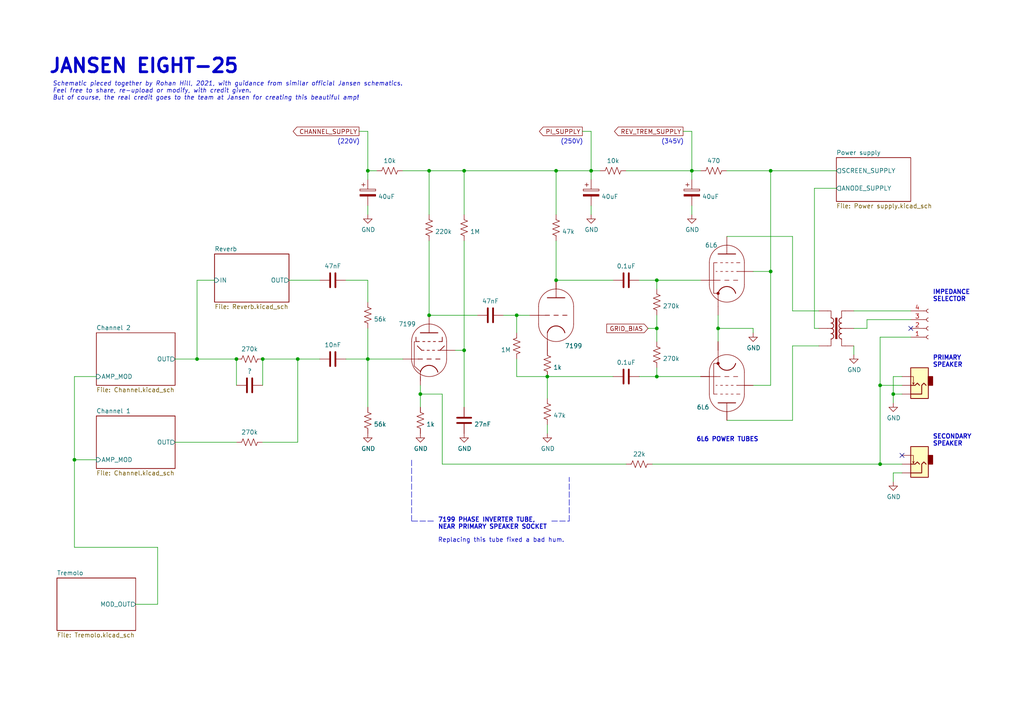
<source format=kicad_sch>
(kicad_sch (version 20211123) (generator eeschema)
  (paper "A4")
  (lib_symbols
    (symbol "AudioJack2_SwitchT_1" (pin_numbers hide) (pin_names hide)
      (property "Reference" "J" (at 0 8.89 0))
      (property "Value" "AudioJack2_SwitchT_1" (at 0 6.35 0))
      (symbol "AudioJack2_SwitchT_1_0_1"
        (rectangle (start -2.54 0) (end -3.81 -2.54) (stroke (width 0.254)) (fill (type outline)))
        (polyline (pts (xy 1.778 -0.254) (xy 2.032 -0.762)))
        (polyline (pts (xy 0 0) (xy 0.635 -0.635) (xy 1.27 0) (xy 2.54 0)) (stroke (width 0.254)))
        (polyline (pts (xy 2.54 -2.54) (xy 1.778 -2.54) (xy 1.778 -0.254) (xy 1.524 -0.762)))
        (polyline (pts (xy 2.54 2.54) (xy -0.635 2.54) (xy -0.635 0) (xy -1.27 -0.635) (xy -1.905 0)) (stroke (width 0.254)))
        (rectangle (start 2.54 3.81) (end -2.54 -5.08) (stroke (width 0.254)) (fill (type background)))
      )
      (symbol "AudioJack2_SwitchT_1_1_1"
        (pin passive line (at 5.08 2.54 180) (length 2.54) (name "~") (number "S"))
        (pin passive line (at 5.08 0 180) (length 2.54) (name "~") (number "T"))
        (pin passive line (at 5.08 -2.54 180) (length 2.54) (name "~") (number "TN"))
      )
    )
    (symbol "CK6418_1" (pin_numbers hide) (pin_names (offset 0) hide)
      (property "Reference" "U" (at 6.096 10.16 0))
      (property "Value" "CK6418_1" (at 8.128 8.382 0))
      (symbol "CK6418_1_0_1"
        (arc (start -5.08 -1.27) (mid 0 -6.35) (end 5.08 -1.27))
        (polyline (pts (xy -2.54 -7.62) (xy -2.54 -3.81)))
        (polyline (pts (xy -5.08 5.08) (xy -5.08 -1.27) (xy -5.08 -1.27)))
        (polyline (pts (xy 5.08 -1.27) (xy 5.08 5.08) (xy 5.08 5.08)))
        (arc (start 2.54 -3.81) (mid 0 -1.8268) (end -2.54 -3.81) (stroke (width 0.254)))
        (arc (start 5.08 5.08) (mid 0 10.16) (end -5.08 5.08))
        (pin power_in line (at -2.54 -10.16 90) (length 2.54) (name "F+,G3") (number "3"))
      )
      (symbol "CK6418_1_1_0"
        (polyline (pts (xy -5.08 0) (xy -3.175 0)))
        (polyline (pts (xy -0.635 0) (xy 0.635 0)) (stroke (width 0.1524)))
        (polyline (pts (xy 0 7.62) (xy 0 10.16)))
        (polyline (pts (xy 1.905 0) (xy 3.175 0)) (stroke (width 0.1524)))
        (polyline (pts (xy 3.175 2.54) (xy 5.08 2.54)))
      )
      (symbol "CK6418_1_1_1"
        (circle (center -2.54 -3.81) (radius 0.3556) (fill (type outline)))
        (polyline (pts (xy -3.81 5.08) (xy -2.794 5.08)) (stroke (width 0.1524)))
        (polyline (pts (xy -3.175 2.54) (xy -2.794 2.54)) (stroke (width 0.1524)))
        (polyline (pts (xy -1.905 0) (xy -3.175 0)) (stroke (width 0.1524)))
        (polyline (pts (xy -1.8542 2.54) (xy -1.2192 2.54)) (stroke (width 0.1524)))
        (polyline (pts (xy -1.8542 5.08) (xy -1.2192 5.08)) (stroke (width 0.1524)))
        (polyline (pts (xy -0.3302 2.54) (xy 0.3302 2.54)) (stroke (width 0.1524)))
        (polyline (pts (xy -0.3302 5.08) (xy 0.3302 5.08)) (stroke (width 0.1524)))
        (polyline (pts (xy 1.2192 2.54) (xy 1.8542 2.54)) (stroke (width 0.1524)))
        (polyline (pts (xy 1.2192 5.08) (xy 1.8542 5.08)) (stroke (width 0.1524)))
        (polyline (pts (xy 2.794 2.54) (xy 3.175 2.54)) (stroke (width 0.1524)))
        (polyline (pts (xy 3.81 5.08) (xy 2.794 5.08)) (stroke (width 0.1524)))
        (polyline (pts (xy -3.81 5.08) (xy -3.81 -3.81) (xy -2.54 -3.81)))
        (polyline (pts (xy -2.54 7.62) (xy 2.54 7.62) (xy 2.54 7.62)) (stroke (width 0.254)))
        (pin output line (at 0 12.7 270) (length 2.54) (name "P") (number "1"))
        (pin input line (at 7.62 2.54 180) (length 2.54) (name "G2") (number "2"))
        (pin input line (at -7.62 0 0) (length 2.54) (name "G1") (number "4"))
      )
      (symbol "CK6418_1_2_1"
        (polyline (pts (xy 2.54 -7.62) (xy 2.54 -3.81)))
        (polyline (pts (xy -2.54 -6.858) (xy -2.54 -5.08) (xy -2.54 -5.08)))
        (pin power_in line (at 2.54 -10.16 90) (length 2.54) (name "F+,G3") (number "5"))
      )
    )
    (symbol "Connector:AudioJack2_SwitchT" (pin_numbers hide) (pin_names hide)
      (property "Reference" "J" (at 0 8.89 0))
      (property "Value" "AudioJack2_SwitchT" (at 0 6.35 0))
      (symbol "AudioJack2_SwitchT_0_1"
        (rectangle (start -2.54 0) (end -3.81 -2.54) (stroke (width 0.254)) (fill (type outline)))
        (polyline (pts (xy 1.778 -0.254) (xy 2.032 -0.762)))
        (polyline (pts (xy 0 0) (xy 0.635 -0.635) (xy 1.27 0) (xy 2.54 0)) (stroke (width 0.254)))
        (polyline (pts (xy 2.54 -2.54) (xy 1.778 -2.54) (xy 1.778 -0.254) (xy 1.524 -0.762)))
        (polyline (pts (xy 2.54 2.54) (xy -0.635 2.54) (xy -0.635 0) (xy -1.27 -0.635) (xy -1.905 0)) (stroke (width 0.254)))
        (rectangle (start 2.54 3.81) (end -2.54 -5.08) (stroke (width 0.254)) (fill (type background)))
      )
      (symbol "AudioJack2_SwitchT_1_1"
        (pin passive line (at 5.08 2.54 180) (length 2.54) (name "~") (number "S"))
        (pin passive line (at 5.08 0 180) (length 2.54) (name "~") (number "T"))
        (pin passive line (at 5.08 -2.54 180) (length 2.54) (name "~") (number "TN"))
      )
    )
    (symbol "Connector:Conn_01x04_Female" (pin_names (offset 1.016) hide)
      (property "Reference" "J" (at 0 5.08 0))
      (property "Value" "Conn_01x04_Female" (at 0 -7.62 0))
      (symbol "Conn_01x04_Female_1_1"
        (arc (start 0 -4.572) (mid -0.508 -5.08) (end 0 -5.588) (stroke (width 0.1524)))
        (arc (start 0 -2.032) (mid -0.508 -2.54) (end 0 -3.048) (stroke (width 0.1524)))
        (polyline (pts (xy -1.27 -5.08) (xy -0.508 -5.08)) (stroke (width 0.1524)))
        (polyline (pts (xy -1.27 -2.54) (xy -0.508 -2.54)) (stroke (width 0.1524)))
        (polyline (pts (xy -1.27 0) (xy -0.508 0)) (stroke (width 0.1524)))
        (polyline (pts (xy -1.27 2.54) (xy -0.508 2.54)) (stroke (width 0.1524)))
        (arc (start 0 0.508) (mid -0.508 0) (end 0 -0.508) (stroke (width 0.1524)))
        (arc (start 0 3.048) (mid -0.508 2.54) (end 0 2.032) (stroke (width 0.1524)))
        (pin passive line (at -5.08 2.54 0) (length 3.81) (name "Pin_1") (number "1"))
        (pin passive line (at -5.08 0 0) (length 3.81) (name "Pin_2") (number "2"))
        (pin passive line (at -5.08 -2.54 0) (length 3.81) (name "Pin_3") (number "3"))
        (pin passive line (at -5.08 -5.08 0) (length 3.81) (name "Pin_4") (number "4"))
      )
    )
    (symbol "Device:C" (pin_numbers hide) (pin_names (offset 0.254))
      (property "Reference" "C" (at 0.635 2.54 0))
      (property "Value" "C" (at 0.635 -2.54 0))
      (symbol "C_0_1"
        (polyline (pts (xy -2.032 -0.762) (xy 2.032 -0.762)) (stroke (width 0.508)))
        (polyline (pts (xy -2.032 0.762) (xy 2.032 0.762)) (stroke (width 0.508)))
      )
      (symbol "C_1_1"
        (pin passive line (at 0 3.81 270) (length 2.794) (name "~") (number "1"))
        (pin passive line (at 0 -3.81 90) (length 2.794) (name "~") (number "2"))
      )
    )
    (symbol "Device:CP" (pin_numbers hide) (pin_names (offset 0.254))
      (property "Reference" "C" (at 0.635 2.54 0))
      (property "Value" "Device_CP" (at 0.635 -2.54 0))
      (symbol "CP_0_1"
        (rectangle (start -2.286 0.508) (end 2.286 1.016))
        (polyline (pts (xy -1.778 2.286) (xy -0.762 2.286)))
        (polyline (pts (xy -1.27 2.794) (xy -1.27 1.778)))
        (rectangle (start 2.286 -0.508) (end -2.286 -1.016) (fill (type outline)))
      )
      (symbol "CP_1_1"
        (pin passive line (at 0 3.81 270) (length 2.794) (name "~") (number "1"))
        (pin passive line (at 0 -3.81 90) (length 2.794) (name "~") (number "2"))
      )
    )
    (symbol "Device:R_US" (pin_numbers hide) (pin_names (offset 0))
      (property "Reference" "R" (at 2.54 0 90))
      (property "Value" "R_US" (at -2.54 0 90))
      (symbol "R_US_0_1"
        (polyline (pts (xy 0 -2.286) (xy 0 -2.54)))
        (polyline (pts (xy 0 2.286) (xy 0 2.54)))
        (polyline (pts (xy 0 -0.762) (xy 1.016 -1.143) (xy 0 -1.524) (xy -1.016 -1.905) (xy 0 -2.286)))
        (polyline (pts (xy 0 0.762) (xy 1.016 0.381) (xy 0 0) (xy -1.016 -0.381) (xy 0 -0.762)))
        (polyline (pts (xy 0 2.286) (xy 1.016 1.905) (xy 0 1.524) (xy -1.016 1.143) (xy 0 0.762)))
      )
      (symbol "R_US_1_1"
        (pin passive line (at 0 3.81 270) (length 1.27) (name "~") (number "1"))
        (pin passive line (at 0 -3.81 90) (length 1.27) (name "~") (number "2"))
      )
    )
    (symbol "ECL82_1" (pin_numbers hide) (pin_names (offset 0) hide)
      (property "Reference" "U" (at 3.81 7.62 0))
      (property "Value" "ECL82_1" (at 5.08 -8.89 0))
      (symbol "ECL82_1_0_1"
        (arc (start -5.08 -2.54) (mid 0 -7.62) (end 5.08 -2.54))
        (polyline (pts (xy 5.08 2.54) (xy 5.08 -2.54)))
        (polyline (pts (xy -5.08 2.54) (xy -5.08 -2.54) (xy -5.08 -2.54) (xy -5.08 -2.54)))
        (arc (start 5.08 2.54) (mid 0 7.62) (end -5.08 2.54))
      )
      (symbol "ECL82_1_1_0"
        (polyline (pts (xy -2.54 -5.08) (xy -2.54 -7.62)))
      )
      (symbol "ECL82_1_1_1"
        (polyline (pts (xy -5.08 0) (xy -3.175 0)))
        (polyline (pts (xy -1.905 0) (xy -3.175 0)) (stroke (width 0.2032)))
        (polyline (pts (xy -0.635 0) (xy 0.635 0)) (stroke (width 0.2032)))
        (polyline (pts (xy 0 5.08) (xy 0 7.62)))
        (polyline (pts (xy 1.905 0) (xy 3.175 0)) (stroke (width 0.2032)))
        (polyline (pts (xy -2.54 5.08) (xy 2.54 5.08) (xy 2.54 5.08)) (stroke (width 0.254)))
        (arc (start 2.54 -5.08) (mid 0 -3.0968) (end -2.54 -5.08) (stroke (width 0.254)))
        (pin input line (at -7.62 0 0) (length 2.54) (name "G") (number "1"))
        (pin bidirectional line (at -2.54 -10.16 90) (length 2.54) (name "K") (number "8"))
        (pin output line (at 0 10.16 270) (length 2.54) (name "A") (number "9"))
      )
      (symbol "ECL82_1_2_0"
        (polyline (pts (xy -2.54 -6.35) (xy -2.54 -8.89)))
        (polyline (pts (xy 0 5.08) (xy 0 7.62)))
        (polyline (pts (xy 2.54 0) (xy 3.175 0)) (stroke (width 0.2032)))
        (polyline (pts (xy 4.445 1.27) (xy 3.175 0)) (stroke (width 0.2032)))
      )
      (symbol "ECL82_1_2_1"
        (polyline (pts (xy -5.08 -2.54) (xy -3.175 -2.54)))
        (polyline (pts (xy -4.318 -4.572) (xy -4.318 2.4638)) (stroke (width 0.1524)))
        (polyline (pts (xy -4.318 -4.572) (xy -2.54 -6.096)) (stroke (width 0.1524)))
        (polyline (pts (xy -4.064 2.4638) (xy -4.318 2.4638)) (stroke (width 0.1524)))
        (polyline (pts (xy -3.81 2.54) (xy -2.794 2.54)) (stroke (width 0.2032)))
        (polyline (pts (xy -3.81 3.81) (xy -3.81 2.54)) (stroke (width 0.2032)))
        (polyline (pts (xy -3.429 1.27) (xy -2.159 0)) (stroke (width 0.2032)))
        (polyline (pts (xy -2.159 0) (xy -1.4732 0)) (stroke (width 0.2032)))
        (polyline (pts (xy -1.905 -2.54) (xy -3.175 -2.54)) (stroke (width 0.2032)))
        (polyline (pts (xy -1.8542 2.54) (xy -1.2192 2.54)) (stroke (width 0.2032)))
        (polyline (pts (xy -0.635 -2.54) (xy 0.635 -2.54)) (stroke (width 0.2032)))
        (polyline (pts (xy -0.5842 0) (xy 0.0762 0)) (stroke (width 0.2032)))
        (polyline (pts (xy -0.3302 2.54) (xy 0.3302 2.54)) (stroke (width 0.2032)))
        (polyline (pts (xy 0.9652 0) (xy 1.6002 0)) (stroke (width 0.2032)))
        (polyline (pts (xy 1.2192 2.54) (xy 1.8542 2.54)) (stroke (width 0.2032)))
        (polyline (pts (xy 1.905 -2.54) (xy 3.175 -2.54)) (stroke (width 0.2032)))
        (polyline (pts (xy 3.175 0) (xy 5.08 0)))
        (polyline (pts (xy 3.81 2.54) (xy 2.794 2.54)) (stroke (width 0.2032)))
        (polyline (pts (xy 3.81 3.81) (xy 3.81 2.54)) (stroke (width 0.2032)))
        (polyline (pts (xy -2.54 5.08) (xy 2.54 5.08) (xy 2.54 5.08)) (stroke (width 0.254)))
        (arc (start 2.54 -6.35) (mid 0 -4.3668) (end -2.54 -6.35) (stroke (width 0.254)))
        (pin bidirectional line (at -2.54 -10.16 90) (length 2.54) (name "K_G3") (number "2"))
        (pin input line (at -7.62 -2.54 0) (length 2.54) (name "G1") (number "3"))
        (pin output line (at 0 10.16 270) (length 2.54) (name "A") (number "6"))
        (pin input line (at 7.62 0 180) (length 2.54) (name "G2") (number "7"))
      )
      (symbol "ECL82_1_3_1"
        (polyline (pts (xy -2.54 -6.985) (xy -2.54 -5.715) (xy -2.54 -5.715)))
        (polyline (pts (xy 2.54 -6.985) (xy 2.54 -5.715) (xy 2.54 -5.715) (xy 2.54 -5.715)))
        (arc (start 2.54 -5.715) (mid 0 -4.1452) (end -2.54 -5.715))
        (pin power_in line (at -2.54 -10.795 90) (length 3.81) (name "F1") (number "4"))
        (pin power_in line (at 2.54 -10.795 90) (length 3.81) (name "F2") (number "5"))
      )
    )
    (symbol "Transformer:TRANSF5" (pin_numbers hide) (pin_names (offset 0))
      (property "Reference" "TR" (at 0 6.35 0))
      (property "Value" "TRANSF5" (at 0 -6.35 0))
      (symbol "TRANSF5_0_1"
        (arc (start -1.524 -3.048) (mid -0.762 -2.286) (end -1.524 -1.524) (stroke (width 0.2032)))
        (arc (start -1.524 -1.524) (mid -0.762 -0.762) (end -1.524 0) (stroke (width 0.2032)))
        (arc (start -1.524 0) (mid -0.762 0.762) (end -1.524 1.524) (stroke (width 0.2032)))
        (arc (start -1.524 1.524) (mid -0.762 2.286) (end -1.524 3.048) (stroke (width 0.2032)))
        (rectangle (start -0.254 3.048) (end 0.254 -3.048) (stroke (width 0.0254)) (fill (type outline)))
        (polyline (pts (xy -1.524 0) (xy -2.54 0) (xy -2.54 0)) (fill (type outline)))
        (polyline (pts (xy 1.524 0) (xy 2.54 0) (xy 2.54 0)) (fill (type outline)))
        (polyline (pts (xy -2.54 5.08) (xy -1.524 5.08) (xy -1.524 3.048) (xy -1.524 3.048)) (stroke (width 0.1524)))
        (polyline (pts (xy -1.524 -3.048) (xy -1.524 -5.08) (xy -2.54 -5.08) (xy -2.54 -5.08)) (stroke (width 0.1524)))
        (polyline (pts (xy 1.524 3.048) (xy 1.524 5.08) (xy 2.54 5.08) (xy 2.54 5.08)) (stroke (width 0.1524)))
        (polyline (pts (xy 2.54 -5.08) (xy 1.524 -5.08) (xy 1.524 -3.048) (xy 1.524 -3.048)) (stroke (width 0.1524)))
        (arc (start 1.524 -1.524) (mid 0.762 -2.286) (end 1.524 -3.048) (stroke (width 0.2032)))
        (arc (start 1.524 0) (mid 0.762 -0.762) (end 1.524 -1.524) (stroke (width 0.2032)))
        (arc (start 1.524 1.524) (mid 0.762 0.762) (end 1.524 0) (stroke (width 0.2032)))
        (arc (start 1.524 3.048) (mid 0.762 2.286) (end 1.524 1.524) (stroke (width 0.2032)))
      )
      (symbol "TRANSF5_1_1"
        (pin passive line (at -5.08 5.08 0) (length 2.54) (name "~") (number "1"))
        (pin passive line (at -5.08 0 0) (length 2.54) (name "~") (number "2"))
        (pin passive line (at -5.08 -5.08 0) (length 2.54) (name "~") (number "3"))
        (pin passive line (at 5.08 -5.08 180) (length 2.54) (name "~") (number "4"))
        (pin passive line (at 5.08 0 180) (length 2.54) (name "~") (number "5"))
        (pin passive line (at 5.08 5.08 180) (length 2.54) (name "~") (number "6"))
      )
    )
    (symbol "Valve:CK6418" (pin_numbers hide) (pin_names (offset 0) hide)
      (property "Reference" "U" (at 6.096 10.16 0))
      (property "Value" "CK6418" (at 8.128 8.382 0))
      (symbol "CK6418_0_1"
        (arc (start -5.08 -1.27) (mid 0 -6.35) (end 5.08 -1.27))
        (polyline (pts (xy -2.54 -7.62) (xy -2.54 -3.81)))
        (polyline (pts (xy -5.08 5.08) (xy -5.08 -1.27) (xy -5.08 -1.27)))
        (polyline (pts (xy 5.08 -1.27) (xy 5.08 5.08) (xy 5.08 5.08)))
        (arc (start 2.54 -3.81) (mid 0 -1.8268) (end -2.54 -3.81) (stroke (width 0.254)))
        (arc (start 5.08 5.08) (mid 0 10.16) (end -5.08 5.08))
        (pin power_in line (at -2.54 -10.16 90) (length 2.54) (name "F+,G3") (number "3"))
      )
      (symbol "CK6418_1_0"
        (polyline (pts (xy -5.08 0) (xy -3.175 0)))
        (polyline (pts (xy -0.635 0) (xy 0.635 0)) (stroke (width 0.1524)))
        (polyline (pts (xy 0 7.62) (xy 0 10.16)))
        (polyline (pts (xy 1.905 0) (xy 3.175 0)) (stroke (width 0.1524)))
        (polyline (pts (xy 3.175 2.54) (xy 5.08 2.54)))
      )
      (symbol "CK6418_1_1"
        (circle (center -2.54 -3.81) (radius 0.3556) (fill (type outline)))
        (polyline (pts (xy -3.81 5.08) (xy -2.794 5.08)) (stroke (width 0.1524)))
        (polyline (pts (xy -3.175 2.54) (xy -2.794 2.54)) (stroke (width 0.1524)))
        (polyline (pts (xy -1.905 0) (xy -3.175 0)) (stroke (width 0.1524)))
        (polyline (pts (xy -1.8542 2.54) (xy -1.2192 2.54)) (stroke (width 0.1524)))
        (polyline (pts (xy -1.8542 5.08) (xy -1.2192 5.08)) (stroke (width 0.1524)))
        (polyline (pts (xy -0.3302 2.54) (xy 0.3302 2.54)) (stroke (width 0.1524)))
        (polyline (pts (xy -0.3302 5.08) (xy 0.3302 5.08)) (stroke (width 0.1524)))
        (polyline (pts (xy 1.2192 2.54) (xy 1.8542 2.54)) (stroke (width 0.1524)))
        (polyline (pts (xy 1.2192 5.08) (xy 1.8542 5.08)) (stroke (width 0.1524)))
        (polyline (pts (xy 2.794 2.54) (xy 3.175 2.54)) (stroke (width 0.1524)))
        (polyline (pts (xy 3.81 5.08) (xy 2.794 5.08)) (stroke (width 0.1524)))
        (polyline (pts (xy -3.81 5.08) (xy -3.81 -3.81) (xy -2.54 -3.81)))
        (polyline (pts (xy -2.54 7.62) (xy 2.54 7.62) (xy 2.54 7.62)) (stroke (width 0.254)))
        (pin output line (at 0 12.7 270) (length 2.54) (name "P") (number "1"))
        (pin input line (at 7.62 2.54 180) (length 2.54) (name "G2") (number "2"))
        (pin input line (at -7.62 0 0) (length 2.54) (name "G1") (number "4"))
      )
      (symbol "CK6418_2_1"
        (polyline (pts (xy 2.54 -7.62) (xy 2.54 -3.81)))
        (polyline (pts (xy -2.54 -6.858) (xy -2.54 -5.08) (xy -2.54 -5.08)))
        (pin power_in line (at 2.54 -10.16 90) (length 2.54) (name "F+,G3") (number "5"))
      )
    )
    (symbol "Valve:ECL82" (pin_numbers hide) (pin_names (offset 0) hide)
      (property "Reference" "U" (at 3.81 7.62 0))
      (property "Value" "ECL82" (at 5.08 -8.89 0))
      (symbol "ECL82_0_1"
        (arc (start -5.08 -2.54) (mid 0 -7.62) (end 5.08 -2.54))
        (polyline (pts (xy 5.08 2.54) (xy 5.08 -2.54)))
        (polyline (pts (xy -5.08 2.54) (xy -5.08 -2.54) (xy -5.08 -2.54) (xy -5.08 -2.54)))
        (arc (start 5.08 2.54) (mid 0 7.62) (end -5.08 2.54))
      )
      (symbol "ECL82_1_0"
        (polyline (pts (xy -2.54 -5.08) (xy -2.54 -7.62)))
      )
      (symbol "ECL82_1_1"
        (polyline (pts (xy -5.08 0) (xy -3.175 0)))
        (polyline (pts (xy -1.905 0) (xy -3.175 0)) (stroke (width 0.2032)))
        (polyline (pts (xy -0.635 0) (xy 0.635 0)) (stroke (width 0.2032)))
        (polyline (pts (xy 0 5.08) (xy 0 7.62)))
        (polyline (pts (xy 1.905 0) (xy 3.175 0)) (stroke (width 0.2032)))
        (polyline (pts (xy -2.54 5.08) (xy 2.54 5.08) (xy 2.54 5.08)) (stroke (width 0.254)))
        (arc (start 2.54 -5.08) (mid 0 -3.0968) (end -2.54 -5.08) (stroke (width 0.254)))
        (pin input line (at -7.62 0 0) (length 2.54) (name "G") (number "1"))
        (pin bidirectional line (at -2.54 -10.16 90) (length 2.54) (name "K") (number "8"))
        (pin output line (at 0 10.16 270) (length 2.54) (name "A") (number "9"))
      )
      (symbol "ECL82_2_0"
        (polyline (pts (xy -2.54 -6.35) (xy -2.54 -8.89)))
        (polyline (pts (xy 0 5.08) (xy 0 7.62)))
        (polyline (pts (xy 2.54 0) (xy 3.175 0)) (stroke (width 0.2032)))
        (polyline (pts (xy 4.445 1.27) (xy 3.175 0)) (stroke (width 0.2032)))
      )
      (symbol "ECL82_2_1"
        (polyline (pts (xy -5.08 -2.54) (xy -3.175 -2.54)))
        (polyline (pts (xy -4.318 -4.572) (xy -4.318 2.4638)) (stroke (width 0.1524)))
        (polyline (pts (xy -4.318 -4.572) (xy -2.54 -6.096)) (stroke (width 0.1524)))
        (polyline (pts (xy -4.064 2.4638) (xy -4.318 2.4638)) (stroke (width 0.1524)))
        (polyline (pts (xy -3.81 2.54) (xy -2.794 2.54)) (stroke (width 0.2032)))
        (polyline (pts (xy -3.81 3.81) (xy -3.81 2.54)) (stroke (width 0.2032)))
        (polyline (pts (xy -3.429 1.27) (xy -2.159 0)) (stroke (width 0.2032)))
        (polyline (pts (xy -2.159 0) (xy -1.4732 0)) (stroke (width 0.2032)))
        (polyline (pts (xy -1.905 -2.54) (xy -3.175 -2.54)) (stroke (width 0.2032)))
        (polyline (pts (xy -1.8542 2.54) (xy -1.2192 2.54)) (stroke (width 0.2032)))
        (polyline (pts (xy -0.635 -2.54) (xy 0.635 -2.54)) (stroke (width 0.2032)))
        (polyline (pts (xy -0.5842 0) (xy 0.0762 0)) (stroke (width 0.2032)))
        (polyline (pts (xy -0.3302 2.54) (xy 0.3302 2.54)) (stroke (width 0.2032)))
        (polyline (pts (xy 0.9652 0) (xy 1.6002 0)) (stroke (width 0.2032)))
        (polyline (pts (xy 1.2192 2.54) (xy 1.8542 2.54)) (stroke (width 0.2032)))
        (polyline (pts (xy 1.905 -2.54) (xy 3.175 -2.54)) (stroke (width 0.2032)))
        (polyline (pts (xy 3.175 0) (xy 5.08 0)))
        (polyline (pts (xy 3.81 2.54) (xy 2.794 2.54)) (stroke (width 0.2032)))
        (polyline (pts (xy 3.81 3.81) (xy 3.81 2.54)) (stroke (width 0.2032)))
        (polyline (pts (xy -2.54 5.08) (xy 2.54 5.08) (xy 2.54 5.08)) (stroke (width 0.254)))
        (arc (start 2.54 -6.35) (mid 0 -4.3668) (end -2.54 -6.35) (stroke (width 0.254)))
        (pin bidirectional line (at -2.54 -10.16 90) (length 2.54) (name "K_G3") (number "2"))
        (pin input line (at -7.62 -2.54 0) (length 2.54) (name "G1") (number "3"))
        (pin output line (at 0 10.16 270) (length 2.54) (name "A") (number "6"))
        (pin input line (at 7.62 0 180) (length 2.54) (name "G2") (number "7"))
      )
      (symbol "ECL82_3_1"
        (polyline (pts (xy -2.54 -6.985) (xy -2.54 -5.715) (xy -2.54 -5.715)))
        (polyline (pts (xy 2.54 -6.985) (xy 2.54 -5.715) (xy 2.54 -5.715) (xy 2.54 -5.715)))
        (arc (start 2.54 -5.715) (mid 0 -4.1452) (end -2.54 -5.715))
        (pin power_in line (at -2.54 -10.795 90) (length 3.81) (name "F1") (number "4"))
        (pin power_in line (at 2.54 -10.795 90) (length 3.81) (name "F2") (number "5"))
      )
    )
    (symbol "power:GND" (power) (pin_names (offset 0))
      (property "Value" "GND" (at 0 -3.81 0))
      (symbol "GND_0_1"
        (polyline (pts (xy 0 0) (xy 0 -1.27) (xy 1.27 -1.27) (xy 0 -2.54) (xy -1.27 -1.27) (xy 0 -1.27)))
      )
      (symbol "GND_1_1"
        (pin power_in line (at 0 0 270) (length 0) hide (name "GND") (number "1"))
      )
    )
  )
  (junction (at 86.36 104.14))
  (junction (at 124.46 91.44))
  (junction (at 208.28 95.25))
  (junction (at 57.15 104.14))
  (junction (at 121.92 114.3))
  (junction (at 106.68 49.53))
  (junction (at 255.27 111.76))
  (junction (at 161.29 81.28))
  (junction (at 223.52 49.53))
  (junction (at 200.66 49.53))
  (junction (at 149.86 91.44))
  (junction (at 76.2 104.14))
  (junction (at 21.59 133.35))
  (junction (at 190.5 95.25))
  (junction (at 223.52 78.74))
  (junction (at 134.62 101.6))
  (junction (at 124.46 49.53))
  (junction (at 134.62 49.53))
  (junction (at 158.75 109.22))
  (junction (at 171.45 49.53))
  (junction (at 190.5 81.28))
  (junction (at 161.29 49.53))
  (junction (at 259.08 114.3))
  (junction (at 190.5 109.22))
  (junction (at 255.27 134.62))
  (junction (at 68.58 104.14))
  (junction (at 106.68 104.14))
  (no_connect (at 261.62 132.08))
  (no_connect (at 264.16 95.25))
  (wire (pts (xy 149.86 104.14) (xy 149.86 109.22)))
  (wire (pts (xy 171.45 62.23) (xy 171.45 59.69)))
  (wire (pts (xy 223.52 78.74) (xy 218.44 78.74)))
  (wire (pts (xy 261.62 109.22) (xy 259.08 109.22)))
  (wire (pts (xy 86.36 128.27) (xy 76.2 128.27)))
  (wire (pts (xy 218.44 95.25) (xy 208.28 95.25)))
  (wire (pts (xy 121.92 114.3) (xy 121.92 111.76)))
  (wire (pts (xy 106.68 118.11) (xy 106.68 104.14)))
  (wire (pts (xy 203.2 109.22) (xy 190.5 109.22)))
  (wire (pts (xy 134.62 101.6) (xy 134.62 69.85)))
  (polyline (pts (xy 125.73 151.13) (xy 119.38 151.13)))
  (wire (pts (xy 200.66 38.1) (xy 198.12 38.1)))
  (wire (pts (xy 149.86 96.52) (xy 149.86 91.44)))
  (wire (pts (xy 237.49 95.25) (xy 236.22 95.25)))
  (wire (pts (xy 132.08 101.6) (xy 134.62 101.6)))
  (wire (pts (xy 106.68 104.14) (xy 116.84 104.14)))
  (wire (pts (xy 203.2 81.28) (xy 190.5 81.28)))
  (wire (pts (xy 134.62 118.11) (xy 134.62 101.6)))
  (polyline (pts (xy 165.1 151.13) (xy 165.1 138.43)))
  (wire (pts (xy 146.05 91.44) (xy 149.86 91.44)))
  (wire (pts (xy 106.68 104.14) (xy 100.33 104.14)))
  (wire (pts (xy 255.27 134.62) (xy 261.62 134.62)))
  (wire (pts (xy 200.66 52.07) (xy 200.66 49.53)))
  (wire (pts (xy 124.46 62.23) (xy 124.46 49.53)))
  (wire (pts (xy 190.5 95.25) (xy 187.96 95.25)))
  (wire (pts (xy 76.2 104.14) (xy 86.36 104.14)))
  (wire (pts (xy 208.28 95.25) (xy 208.28 91.44)))
  (wire (pts (xy 161.29 81.28) (xy 161.29 69.85)))
  (wire (pts (xy 255.27 111.76) (xy 255.27 97.79)))
  (wire (pts (xy 251.46 92.71) (xy 251.46 95.25)))
  (wire (pts (xy 210.82 49.53) (xy 223.52 49.53)))
  (wire (pts (xy 134.62 62.23) (xy 134.62 49.53)))
  (wire (pts (xy 190.5 95.25) (xy 190.5 99.06)))
  (wire (pts (xy 261.62 114.3) (xy 259.08 114.3)))
  (wire (pts (xy 158.75 125.73) (xy 158.75 123.19)))
  (wire (pts (xy 264.16 92.71) (xy 251.46 92.71)))
  (wire (pts (xy 173.99 49.53) (xy 171.45 49.53)))
  (wire (pts (xy 116.84 49.53) (xy 124.46 49.53)))
  (wire (pts (xy 190.5 81.28) (xy 185.42 81.28)))
  (wire (pts (xy 223.52 111.76) (xy 223.52 78.74)))
  (wire (pts (xy 200.66 49.53) (xy 203.2 49.53)))
  (wire (pts (xy 229.87 100.33) (xy 237.49 100.33)))
  (wire (pts (xy 124.46 91.44) (xy 124.46 69.85)))
  (wire (pts (xy 106.68 104.14) (xy 106.68 95.25)))
  (wire (pts (xy 124.46 49.53) (xy 134.62 49.53)))
  (wire (pts (xy 161.29 62.23) (xy 161.29 49.53)))
  (wire (pts (xy 57.15 81.28) (xy 62.23 81.28)))
  (wire (pts (xy 208.28 99.06) (xy 208.28 95.25)))
  (wire (pts (xy 106.68 38.1) (xy 104.14 38.1)))
  (wire (pts (xy 128.27 114.3) (xy 121.92 114.3)))
  (wire (pts (xy 229.87 68.58) (xy 229.87 90.17)))
  (wire (pts (xy 210.82 68.58) (xy 229.87 68.58)))
  (wire (pts (xy 177.8 109.22) (xy 158.75 109.22)))
  (wire (pts (xy 190.5 83.82) (xy 190.5 81.28)))
  (wire (pts (xy 21.59 158.75) (xy 21.59 133.35)))
  (wire (pts (xy 255.27 111.76) (xy 255.27 134.62)))
  (wire (pts (xy 200.66 38.1) (xy 200.66 49.53)))
  (wire (pts (xy 50.8 104.14) (xy 57.15 104.14)))
  (wire (pts (xy 236.22 54.61) (xy 242.57 54.61)))
  (wire (pts (xy 218.44 111.76) (xy 223.52 111.76)))
  (wire (pts (xy 57.15 104.14) (xy 68.58 104.14)))
  (wire (pts (xy 158.75 115.57) (xy 158.75 109.22)))
  (wire (pts (xy 223.52 49.53) (xy 242.57 49.53)))
  (wire (pts (xy 229.87 121.92) (xy 229.87 100.33)))
  (wire (pts (xy 39.37 175.26) (xy 45.72 175.26)))
  (wire (pts (xy 106.68 81.28) (xy 100.33 81.28)))
  (wire (pts (xy 106.68 62.23) (xy 106.68 59.69)))
  (wire (pts (xy 106.68 87.63) (xy 106.68 81.28)))
  (wire (pts (xy 161.29 49.53) (xy 171.45 49.53)))
  (wire (pts (xy 45.72 175.26) (xy 45.72 158.75)))
  (wire (pts (xy 76.2 111.76) (xy 76.2 104.14)))
  (wire (pts (xy 171.45 38.1) (xy 171.45 49.53)))
  (wire (pts (xy 223.52 78.74) (xy 223.52 49.53)))
  (wire (pts (xy 57.15 104.14) (xy 57.15 81.28)))
  (wire (pts (xy 68.58 111.76) (xy 68.58 104.14)))
  (wire (pts (xy 200.66 62.23) (xy 200.66 59.69)))
  (wire (pts (xy 128.27 134.62) (xy 128.27 114.3)))
  (wire (pts (xy 236.22 95.25) (xy 236.22 54.61)))
  (wire (pts (xy 259.08 116.84) (xy 259.08 114.3)))
  (wire (pts (xy 21.59 133.35) (xy 21.59 109.22)))
  (wire (pts (xy 109.22 49.53) (xy 106.68 49.53)))
  (wire (pts (xy 21.59 109.22) (xy 27.94 109.22)))
  (wire (pts (xy 171.45 52.07) (xy 171.45 49.53)))
  (wire (pts (xy 255.27 97.79) (xy 264.16 97.79)))
  (wire (pts (xy 229.87 90.17) (xy 237.49 90.17)))
  (wire (pts (xy 121.92 118.11) (xy 121.92 114.3)))
  (wire (pts (xy 185.42 109.22) (xy 190.5 109.22)))
  (wire (pts (xy 106.68 49.53) (xy 106.68 38.1)))
  (wire (pts (xy 190.5 91.44) (xy 190.5 95.25)))
  (wire (pts (xy 190.5 109.22) (xy 190.5 106.68)))
  (wire (pts (xy 181.61 49.53) (xy 200.66 49.53)))
  (wire (pts (xy 168.91 38.1) (xy 171.45 38.1)))
  (wire (pts (xy 259.08 109.22) (xy 259.08 114.3)))
  (wire (pts (xy 229.87 121.92) (xy 210.82 121.92)))
  (wire (pts (xy 27.94 133.35) (xy 21.59 133.35)))
  (wire (pts (xy 158.75 109.22) (xy 149.86 109.22)))
  (wire (pts (xy 106.68 52.07) (xy 106.68 49.53)))
  (wire (pts (xy 92.71 104.14) (xy 86.36 104.14)))
  (polyline (pts (xy 119.38 151.13) (xy 119.38 133.35)))
  (wire (pts (xy 255.27 111.76) (xy 261.62 111.76)))
  (wire (pts (xy 161.29 81.28) (xy 177.8 81.28)))
  (wire (pts (xy 50.8 128.27) (xy 68.58 128.27)))
  (wire (pts (xy 86.36 104.14) (xy 86.36 128.27)))
  (wire (pts (xy 45.72 158.75) (xy 21.59 158.75)))
  (wire (pts (xy 138.43 91.44) (xy 124.46 91.44)))
  (wire (pts (xy 189.23 134.62) (xy 255.27 134.62)))
  (polyline (pts (xy 160.02 151.13) (xy 165.1 151.13)))
  (wire (pts (xy 264.16 90.17) (xy 247.65 90.17)))
  (wire (pts (xy 247.65 100.33) (xy 247.65 102.87)))
  (wire (pts (xy 261.62 137.16) (xy 259.08 137.16)))
  (wire (pts (xy 134.62 49.53) (xy 161.29 49.53)))
  (wire (pts (xy 218.44 96.52) (xy 218.44 95.25)))
  (wire (pts (xy 259.08 139.7) (xy 259.08 137.16)))
  (wire (pts (xy 83.82 81.28) (xy 92.71 81.28)))
  (wire (pts (xy 181.61 134.62) (xy 128.27 134.62)))
  (wire (pts (xy 251.46 95.25) (xy 247.65 95.25)))
  (wire (pts (xy 149.86 91.44) (xy 153.67 91.44)))
  (text "7199 PHASE INVERTER TUBE,\nNEAR PRIMARY SPEAKER SOCKET" (at 127 153.67 0) (effects (font (size 1.27 1.27) (thickness 0.254) bold) (justify left bottom)))
  (text "(250V)" (at 162.56 41.91 0) (effects (font (size 1.27 1.27)) (justify left bottom)))
  (text "Replacing this tube fixed a bad hum." (at 127 157.48 0) (effects (font (size 1.27 1.27)) (justify left bottom)))
  (text "PRIMARY\nSPEAKER" (at 270.51 106.68 0) (effects (font (size 1.27 1.27) (thickness 0.254) bold) (justify left bottom)))
  (text "(220V)" (at 97.79 41.91 0) (effects (font (size 1.27 1.27)) (justify left bottom)))
  (text "SECONDARY\nSPEAKER" (at 270.51 129.54 0) (effects (font (size 1.27 1.27) (thickness 0.254) bold) (justify left bottom)))
  (text "JANSEN EIGHT-25" (at 13.97 21.59 0) (effects (font (size 3.9878 3.9878) (thickness 0.7976) bold) (justify left bottom)))
  (text "6L6 POWER TUBES" (at 201.93 128.27 0) (effects (font (size 1.27 1.27) (thickness 0.254) bold) (justify left bottom)))
  (text "Schematic pieced together by Rohan Hill, 2021, with guidance from similar official Jansen schematics.\nFeel free to share, re-upload or modify, with credit given.\nBut of course, the real credit goes to the team at Jansen for creating this beautiful amp!" (at 15.24 29.21 0) (effects (font (size 1.27 1.27) italic) (justify left bottom)))
  (text "IMPEDANCE\nSELECTOR" (at 270.51 87.63 0) (effects (font (size 1.27 1.27) (thickness 0.254) bold) (justify left bottom)))
  (text "(345V)" (at 191.77 41.91 0) (effects (font (size 1.27 1.27)) (justify left bottom)))
  (global_label "CHANNEL_SUPPLY" (shape output) (at 104.14 38.1 180) (property "Intersheet References" "${INTERSHEET_REFS}" (effects hide)))
  (global_label "GRID_BIAS" (shape input) (at 187.96 95.25 180) (property "Intersheet References" "${INTERSHEET_REFS}" (effects hide)))
  (global_label "PI_SUPPLY" (shape output) (at 168.91 38.1 180) (property "Intersheet References" "${INTERSHEET_REFS}" (effects hide)))
  (global_label "REV_TREM_SUPPLY" (shape output) (at 198.12 38.1 180) (property "Intersheet References" "${INTERSHEET_REFS}" (effects hide)))
  (symbol (lib_id "power:GND") (at 218.44 96.52 0) (unit 1)
    (property "Reference" "#PWR?" (effects hide))
    (property "Value" "GND" (at 218.567 100.9142 0))
  )
  (symbol (lib_id "power:GND") (at 247.65 102.87 0) (unit 1)
    (property "Reference" "#PWR?" (effects hide))
    (property "Value" "GND" (at 247.777 107.2642 0))
  )
  (symbol (lib_id "Device:R_US") (at 190.5 87.63 0) (unit 1)
    (property "Reference" "R?" (effects hide))
    (property "Value" "270k" (at 192.2272 88.773 0) (effects (justify left)))
  )
  (symbol (lib_id "Device:R_US") (at 190.5 102.87 0) (unit 1)
    (property "Reference" "R?" (effects hide))
    (property "Value" "270k" (at 192.2272 104.013 0) (effects (justify left)))
  )
  (symbol (lib_id "Device:C") (at 181.61 81.28 270) (unit 1)
    (property "Reference" "C?" (effects hide))
    (property "Value" "0.1uF" (at 181.61 77.1906 90))
  )
  (symbol (lib_id "Device:C") (at 181.61 109.22 270) (unit 1)
    (property "Reference" "C?" (effects hide))
    (property "Value" "0.1uF" (at 181.61 105.1306 90))
  )
  (symbol (lib_id "Valve:ECL82") (at 161.29 91.44 0) (unit 1)
    (property "Reference" "U?" (effects hide))
    (property "Value" "7199" (at 163.83 100.33 0) (effects (justify left)))
    (property "Footprint" "Valve:Valve_Noval_P" (effects hide))
    (property "Datasheet" "http://www.r-type.org/pdfs/ecl82.pdf" (effects hide))
  )
  (symbol (lib_id "Device:R_US") (at 158.75 105.41 180) (unit 1)
    (property "Reference" "R?" (effects hide))
    (property "Value" "1k" (at 160.4772 106.553 0) (effects (justify right)))
  )
  (symbol (lib_id "Device:R_US") (at 158.75 119.38 180) (unit 1)
    (property "Reference" "R?" (effects hide))
    (property "Value" "47k" (at 160.4772 120.523 0) (effects (justify right)))
  )
  (symbol (lib_id "power:GND") (at 158.75 125.73 0) (unit 1)
    (property "Reference" "#PWR?" (effects hide))
    (property "Value" "GND" (at 158.877 130.1242 0))
  )
  (symbol (lib_id "Device:R_US") (at 149.86 100.33 0) (mirror x) (unit 1)
    (property "Reference" "R?" (effects hide))
    (property "Value" "1M" (at 148.1582 101.473 0) (effects (justify right)))
  )
  (symbol (lib_id "Device:C") (at 142.24 91.44 270) (unit 1)
    (property "Reference" "C?" (effects hide))
    (property "Value" "47nF" (at 142.24 87.3506 90))
  )
  (symbol (lib_id "Device:R_US") (at 207.01 49.53 270) (unit 1)
    (property "Reference" "R?" (effects hide))
    (property "Value" "470" (at 207.01 46.6344 90))
  )
  (symbol (lib_id "Device:R_US") (at 177.8 49.53 90) (unit 1)
    (property "Reference" "R?" (effects hide))
    (property "Value" "10k" (at 177.8 46.6344 90))
  )
  (symbol (lib_id "Device:CP") (at 200.66 55.88 0) (unit 1)
    (property "Reference" "C?" (effects hide))
    (property "Value" "40uF" (at 203.6572 57.023 0) (effects (justify left)))
  )
  (symbol (lib_id "power:GND") (at 200.66 62.23 0) (unit 1)
    (property "Reference" "#PWR?" (effects hide))
    (property "Value" "GND" (at 200.787 66.6242 0))
  )
  (symbol (lib_id "Device:R_US") (at 161.29 66.04 180) (unit 1)
    (property "Reference" "R?" (effects hide))
    (property "Value" "47k" (at 163.0172 67.183 0) (effects (justify right)))
  )
  (symbol (lib_name "ECL82_1") (lib_id "Valve:ECL82") (at 124.46 101.6 0) (unit 2)
    (property "Reference" "U?" (effects hide))
    (property "Value" "7199" (at 115.57 93.98 0) (effects (justify left)))
    (property "Footprint" "Valve:Valve_Noval_P" (effects hide))
    (property "Datasheet" "http://www.r-type.org/pdfs/ecl82.pdf" (effects hide))
  )
  (symbol (lib_id "Device:R_US") (at 124.46 66.04 180) (unit 1)
    (property "Reference" "R?" (effects hide))
    (property "Value" "220k" (at 126.1872 67.183 0) (effects (justify right)))
  )
  (symbol (lib_id "Device:R_US") (at 121.92 121.92 180) (unit 1)
    (property "Reference" "R?" (effects hide))
    (property "Value" "1k" (at 123.6472 123.063 0) (effects (justify right)))
  )
  (symbol (lib_id "power:GND") (at 121.92 125.73 0) (unit 1)
    (property "Reference" "#PWR?" (effects hide))
    (property "Value" "GND" (at 122.047 130.1242 0))
  )
  (symbol (lib_name "AudioJack2_SwitchT_1") (lib_id "Connector:AudioJack2_SwitchT") (at 266.7 111.76 180) (unit 1)
    (property "Reference" "J?" (effects hide))
    (property "Value" "AudioJack2_SwitchT" (effects hide))
  )
  (symbol (lib_id "power:GND") (at 259.08 116.84 0) (unit 1)
    (property "Reference" "#PWR?" (effects hide))
    (property "Value" "GND" (at 259.207 121.2342 0))
  )
  (symbol (lib_id "Device:R_US") (at 185.42 134.62 270) (unit 1)
    (property "Reference" "R?" (effects hide))
    (property "Value" "22k" (at 185.42 131.7244 90))
  )
  (symbol (lib_id "Device:R_US") (at 134.62 66.04 180) (unit 1)
    (property "Reference" "R?" (effects hide))
    (property "Value" "1M" (at 136.3472 67.183 0) (effects (justify right)))
  )
  (symbol (lib_id "Device:C") (at 134.62 121.92 0) (unit 1)
    (property "Reference" "C?" (effects hide))
    (property "Value" "27nF" (at 137.541 123.063 0) (effects (justify left)))
  )
  (symbol (lib_id "power:GND") (at 134.62 125.73 0) (unit 1)
    (property "Reference" "#PWR?" (effects hide))
    (property "Value" "GND" (at 134.747 130.1242 0))
  )
  (symbol (lib_id "Device:CP") (at 171.45 55.88 0) (unit 1)
    (property "Reference" "C?" (effects hide))
    (property "Value" "40uF" (at 174.4472 57.023 0) (effects (justify left)))
  )
  (symbol (lib_id "power:GND") (at 171.45 62.23 0) (unit 1)
    (property "Reference" "#PWR?" (effects hide))
    (property "Value" "GND" (at 171.577 66.6242 0))
  )
  (symbol (lib_id "Device:R_US") (at 106.68 121.92 180) (unit 1)
    (property "Reference" "R?" (effects hide))
    (property "Value" "56k" (at 108.4072 123.063 0) (effects (justify right)))
  )
  (symbol (lib_id "power:GND") (at 106.68 125.73 0) (unit 1)
    (property "Reference" "#PWR?" (effects hide))
    (property "Value" "GND" (at 106.807 130.1242 0))
  )
  (symbol (lib_id "Device:C") (at 96.52 104.14 270) (unit 1)
    (property "Reference" "C?" (effects hide))
    (property "Value" "10nF" (at 96.52 100.0506 90))
  )
  (symbol (lib_id "Device:R_US") (at 72.39 128.27 270) (unit 1)
    (property "Reference" "R?" (effects hide))
    (property "Value" "270k" (at 72.39 125.3744 90))
  )
  (symbol (lib_id "Device:R_US") (at 72.39 104.14 270) (unit 1)
    (property "Reference" "R?" (effects hide))
    (property "Value" "270k" (at 72.39 101.2444 90))
  )
  (symbol (lib_id "Device:C") (at 72.39 111.76 270) (unit 1)
    (property "Reference" "C?" (effects hide))
    (property "Value" "?" (at 72.39 107.6706 90))
  )
  (symbol (lib_id "Device:R_US") (at 106.68 91.44 180) (unit 1)
    (property "Reference" "R?" (effects hide))
    (property "Value" "56k" (at 108.4072 92.583 0) (effects (justify right)))
  )
  (symbol (lib_id "Device:C") (at 96.52 81.28 270) (unit 1)
    (property "Reference" "C?" (effects hide))
    (property "Value" "47nF" (at 96.52 77.1906 90))
  )
  (symbol (lib_id "Device:R_US") (at 113.03 49.53 270) (unit 1)
    (property "Reference" "R?" (effects hide))
    (property "Value" "10k" (at 113.03 46.6344 90))
  )
  (symbol (lib_id "power:GND") (at 106.68 62.23 0) (unit 1)
    (property "Reference" "#PWR?" (effects hide))
    (property "Value" "GND" (at 106.807 66.6242 0))
  )
  (symbol (lib_id "Device:CP") (at 106.68 55.88 0) (unit 1)
    (property "Reference" "C?" (effects hide))
    (property "Value" "40uF" (at 109.6772 57.023 0) (effects (justify left)))
  )
  (symbol (lib_id "Connector:Conn_01x04_Female") (at 269.24 95.25 0) (mirror x) (unit 1)
    (property "Reference" "J?" (effects hide))
    (property "Value" "Conn_01x04_Female" (effects hide))
  )
  (symbol (lib_id "Connector:AudioJack2_SwitchT") (at 266.7 134.62 180) (unit 1)
    (property "Reference" "J?" (effects hide))
    (property "Value" "AudioJack2_SwitchT" (effects hide))
  )
  (symbol (lib_id "power:GND") (at 259.08 139.7 0) (unit 1)
    (property "Reference" "#PWR?" (effects hide))
    (property "Value" "GND" (at 259.207 144.0942 0))
  )
  (symbol (lib_id "Transformer:TRANSF5") (at 242.57 95.25 0) (unit 1)
    (property "Reference" "TR?" (effects hide))
    (property "Value" "TRANSF5" (effects hide))
  )
  (symbol (lib_name "CK6418_1") (lib_id "Valve:CK6418") (at 210.82 81.28 0) (unit 1)
    (property "Reference" "U?" (effects hide))
    (property "Value" "6L6" (at 204.47 71.12 0) (effects (justify left)))
    (property "Footprint" "Valve:Valve_Mini_Pentode_Linear" (effects hide))
    (property "Datasheet" "https://frank.pocnet.net/sheets/127/6/6418.pdf" (effects hide))
  )
  (symbol (lib_id "Valve:CK6418") (at 210.82 109.22 0) (mirror x) (unit 1)
    (property "Reference" "U?" (effects hide))
    (property "Value" "6L6" (at 205.74 118.11 0) (effects (justify right)))
    (property "Footprint" "Valve:Valve_Mini_Pentode_Linear" (effects hide))
    (property "Datasheet" "https://frank.pocnet.net/sheets/127/6/6418.pdf" (effects hide))
  )
  (sheet (at 27.94 120.65) (size 22.86 15.24)
    (property "Sheet name" "Channel 1" (at 27.94 119.9384 0) (effects (justify left bottom)))
    (property "Sheet file" "Channel.kicad_sch" (at 27.94 136.4746 0) (effects (justify left top)))
    (pin "OUT" output (at 50.8 128.27 0))
    (pin "AMP_MOD" input (at 27.94 133.35 180))
  )
  (sheet (at 27.94 96.52) (size 22.86 15.24)
    (property "Sheet name" "Channel 2" (at 27.94 95.8084 0) (effects (justify left bottom)))
    (property "Sheet file" "Channel.kicad_sch" (at 27.94 112.3446 0) (effects (justify left top)))
    (pin "OUT" output (at 50.8 104.14 0))
    (pin "AMP_MOD" input (at 27.94 109.22 180))
  )
  (sheet (at 62.23 73.66) (size 21.59 13.97)
    (property "Sheet name" "Reverb" (at 62.23 72.9484 0) (effects (justify left bottom)))
    (property "Sheet file" "Reverb.kicad_sch" (at 62.23 88.2146 0) (effects (justify left top)))
    (pin "OUT" output (at 83.82 81.28 0))
    (pin "IN" input (at 62.23 81.28 180))
  )
  (sheet (at 16.51 167.64) (size 22.86 15.24)
    (property "Sheet name" "Tremolo" (at 16.51 166.9284 0) (effects (justify left bottom)))
    (property "Sheet file" "Tremolo.kicad_sch" (at 16.51 183.4646 0) (effects (justify left top)))
    (pin "MOD_OUT" output (at 39.37 175.26 0))
  )
  (sheet (at 242.57 45.72) (size 21.59 12.7)
    (property "Sheet name" "Power supply" (at 242.57 45.0084 0) (effects (justify left bottom)))
    (property "Sheet file" "Power supply.kicad_sch" (at 242.57 59.0046 0) (effects (justify left top)))
    (pin "SCREEN_SUPPLY" output (at 242.57 49.53 180))
    (pin "ANODE_SUPPLY" output (at 242.57 54.61 180))
  )
)
</source>
